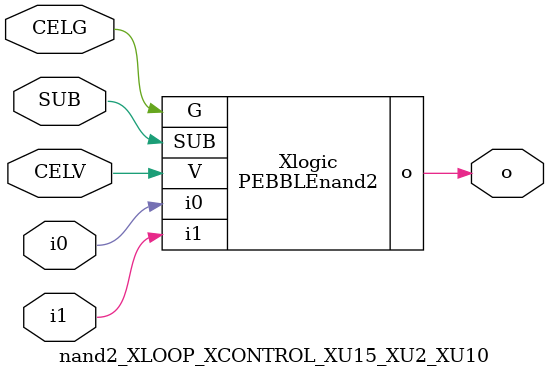
<source format=v>



module PEBBLEnand2 ( o, G, SUB, V, i0, i1 );

  input i0;
  input V;
  input i1;
  input G;
  output o;
  input SUB;
endmodule

//Celera Confidential Do Not Copy nand2_XLOOP_XCONTROL_XU15_XU2_XU10
//Celera Confidential Symbol Generator
//5V NAND2
module nand2_XLOOP_XCONTROL_XU15_XU2_XU10 (CELV,CELG,i0,i1,o,SUB);
input CELV;
input CELG;
input i0;
input i1;
input SUB;
output o;

//Celera Confidential Do Not Copy nand2
PEBBLEnand2 Xlogic(
.V (CELV),
.i0 (i0),
.i1 (i1),
.o (o),
.SUB (SUB),
.G (CELG)
);
//,diesize,PEBBLEnand2

//Celera Confidential Do Not Copy Module End
//Celera Schematic Generator
endmodule

</source>
